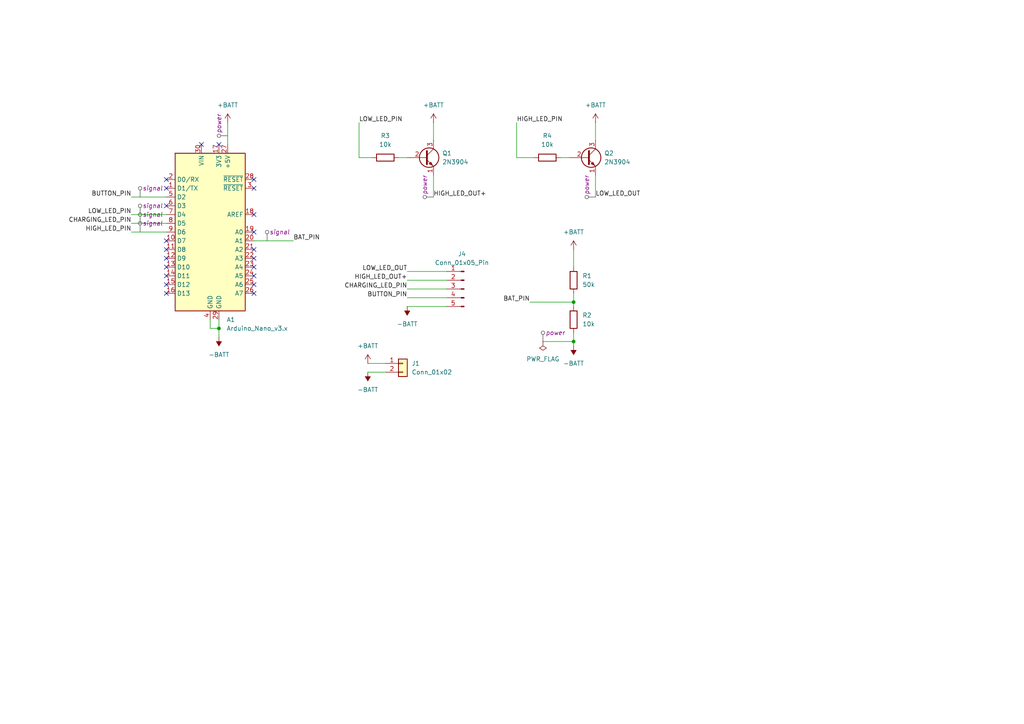
<source format=kicad_sch>
(kicad_sch
	(version 20231120)
	(generator "eeschema")
	(generator_version "8.0")
	(uuid "95a3b787-c899-46d8-a0cf-4b54a18b9ea8")
	(paper "A4")
	(lib_symbols
		(symbol "Connector:Conn_01x05_Pin"
			(pin_names
				(offset 1.016) hide)
			(exclude_from_sim no)
			(in_bom yes)
			(on_board yes)
			(property "Reference" "J"
				(at 0 7.62 0)
				(effects
					(font
						(size 1.27 1.27)
					)
				)
			)
			(property "Value" "Conn_01x05_Pin"
				(at 0 -7.62 0)
				(effects
					(font
						(size 1.27 1.27)
					)
				)
			)
			(property "Footprint" ""
				(at 0 0 0)
				(effects
					(font
						(size 1.27 1.27)
					)
					(hide yes)
				)
			)
			(property "Datasheet" "~"
				(at 0 0 0)
				(effects
					(font
						(size 1.27 1.27)
					)
					(hide yes)
				)
			)
			(property "Description" "Generic connector, single row, 01x05, script generated"
				(at 0 0 0)
				(effects
					(font
						(size 1.27 1.27)
					)
					(hide yes)
				)
			)
			(property "ki_locked" ""
				(at 0 0 0)
				(effects
					(font
						(size 1.27 1.27)
					)
				)
			)
			(property "ki_keywords" "connector"
				(at 0 0 0)
				(effects
					(font
						(size 1.27 1.27)
					)
					(hide yes)
				)
			)
			(property "ki_fp_filters" "Connector*:*_1x??_*"
				(at 0 0 0)
				(effects
					(font
						(size 1.27 1.27)
					)
					(hide yes)
				)
			)
			(symbol "Conn_01x05_Pin_1_1"
				(polyline
					(pts
						(xy 1.27 -5.08) (xy 0.8636 -5.08)
					)
					(stroke
						(width 0.1524)
						(type default)
					)
					(fill
						(type none)
					)
				)
				(polyline
					(pts
						(xy 1.27 -2.54) (xy 0.8636 -2.54)
					)
					(stroke
						(width 0.1524)
						(type default)
					)
					(fill
						(type none)
					)
				)
				(polyline
					(pts
						(xy 1.27 0) (xy 0.8636 0)
					)
					(stroke
						(width 0.1524)
						(type default)
					)
					(fill
						(type none)
					)
				)
				(polyline
					(pts
						(xy 1.27 2.54) (xy 0.8636 2.54)
					)
					(stroke
						(width 0.1524)
						(type default)
					)
					(fill
						(type none)
					)
				)
				(polyline
					(pts
						(xy 1.27 5.08) (xy 0.8636 5.08)
					)
					(stroke
						(width 0.1524)
						(type default)
					)
					(fill
						(type none)
					)
				)
				(rectangle
					(start 0.8636 -4.953)
					(end 0 -5.207)
					(stroke
						(width 0.1524)
						(type default)
					)
					(fill
						(type outline)
					)
				)
				(rectangle
					(start 0.8636 -2.413)
					(end 0 -2.667)
					(stroke
						(width 0.1524)
						(type default)
					)
					(fill
						(type outline)
					)
				)
				(rectangle
					(start 0.8636 0.127)
					(end 0 -0.127)
					(stroke
						(width 0.1524)
						(type default)
					)
					(fill
						(type outline)
					)
				)
				(rectangle
					(start 0.8636 2.667)
					(end 0 2.413)
					(stroke
						(width 0.1524)
						(type default)
					)
					(fill
						(type outline)
					)
				)
				(rectangle
					(start 0.8636 5.207)
					(end 0 4.953)
					(stroke
						(width 0.1524)
						(type default)
					)
					(fill
						(type outline)
					)
				)
				(pin passive line
					(at 5.08 5.08 180)
					(length 3.81)
					(name "Pin_1"
						(effects
							(font
								(size 1.27 1.27)
							)
						)
					)
					(number "1"
						(effects
							(font
								(size 1.27 1.27)
							)
						)
					)
				)
				(pin passive line
					(at 5.08 2.54 180)
					(length 3.81)
					(name "Pin_2"
						(effects
							(font
								(size 1.27 1.27)
							)
						)
					)
					(number "2"
						(effects
							(font
								(size 1.27 1.27)
							)
						)
					)
				)
				(pin passive line
					(at 5.08 0 180)
					(length 3.81)
					(name "Pin_3"
						(effects
							(font
								(size 1.27 1.27)
							)
						)
					)
					(number "3"
						(effects
							(font
								(size 1.27 1.27)
							)
						)
					)
				)
				(pin passive line
					(at 5.08 -2.54 180)
					(length 3.81)
					(name "Pin_4"
						(effects
							(font
								(size 1.27 1.27)
							)
						)
					)
					(number "4"
						(effects
							(font
								(size 1.27 1.27)
							)
						)
					)
				)
				(pin passive line
					(at 5.08 -5.08 180)
					(length 3.81)
					(name "Pin_5"
						(effects
							(font
								(size 1.27 1.27)
							)
						)
					)
					(number "5"
						(effects
							(font
								(size 1.27 1.27)
							)
						)
					)
				)
			)
		)
		(symbol "Connector_Generic:Conn_01x02"
			(pin_names
				(offset 1.016) hide)
			(exclude_from_sim no)
			(in_bom yes)
			(on_board yes)
			(property "Reference" "J"
				(at 0 2.54 0)
				(effects
					(font
						(size 1.27 1.27)
					)
				)
			)
			(property "Value" "Conn_01x02"
				(at 0 -5.08 0)
				(effects
					(font
						(size 1.27 1.27)
					)
				)
			)
			(property "Footprint" ""
				(at 0 0 0)
				(effects
					(font
						(size 1.27 1.27)
					)
					(hide yes)
				)
			)
			(property "Datasheet" "~"
				(at 0 0 0)
				(effects
					(font
						(size 1.27 1.27)
					)
					(hide yes)
				)
			)
			(property "Description" "Generic connector, single row, 01x02, script generated (kicad-library-utils/schlib/autogen/connector/)"
				(at 0 0 0)
				(effects
					(font
						(size 1.27 1.27)
					)
					(hide yes)
				)
			)
			(property "ki_keywords" "connector"
				(at 0 0 0)
				(effects
					(font
						(size 1.27 1.27)
					)
					(hide yes)
				)
			)
			(property "ki_fp_filters" "Connector*:*_1x??_*"
				(at 0 0 0)
				(effects
					(font
						(size 1.27 1.27)
					)
					(hide yes)
				)
			)
			(symbol "Conn_01x02_1_1"
				(rectangle
					(start -1.27 -2.413)
					(end 0 -2.667)
					(stroke
						(width 0.1524)
						(type default)
					)
					(fill
						(type none)
					)
				)
				(rectangle
					(start -1.27 0.127)
					(end 0 -0.127)
					(stroke
						(width 0.1524)
						(type default)
					)
					(fill
						(type none)
					)
				)
				(rectangle
					(start -1.27 1.27)
					(end 1.27 -3.81)
					(stroke
						(width 0.254)
						(type default)
					)
					(fill
						(type background)
					)
				)
				(pin passive line
					(at -5.08 0 0)
					(length 3.81)
					(name "Pin_1"
						(effects
							(font
								(size 1.27 1.27)
							)
						)
					)
					(number "1"
						(effects
							(font
								(size 1.27 1.27)
							)
						)
					)
				)
				(pin passive line
					(at -5.08 -2.54 0)
					(length 3.81)
					(name "Pin_2"
						(effects
							(font
								(size 1.27 1.27)
							)
						)
					)
					(number "2"
						(effects
							(font
								(size 1.27 1.27)
							)
						)
					)
				)
			)
		)
		(symbol "Device:R"
			(pin_numbers hide)
			(pin_names
				(offset 0)
			)
			(exclude_from_sim no)
			(in_bom yes)
			(on_board yes)
			(property "Reference" "R"
				(at 2.032 0 90)
				(effects
					(font
						(size 1.27 1.27)
					)
				)
			)
			(property "Value" "R"
				(at 0 0 90)
				(effects
					(font
						(size 1.27 1.27)
					)
				)
			)
			(property "Footprint" ""
				(at -1.778 0 90)
				(effects
					(font
						(size 1.27 1.27)
					)
					(hide yes)
				)
			)
			(property "Datasheet" "~"
				(at 0 0 0)
				(effects
					(font
						(size 1.27 1.27)
					)
					(hide yes)
				)
			)
			(property "Description" "Resistor"
				(at 0 0 0)
				(effects
					(font
						(size 1.27 1.27)
					)
					(hide yes)
				)
			)
			(property "ki_keywords" "R res resistor"
				(at 0 0 0)
				(effects
					(font
						(size 1.27 1.27)
					)
					(hide yes)
				)
			)
			(property "ki_fp_filters" "R_*"
				(at 0 0 0)
				(effects
					(font
						(size 1.27 1.27)
					)
					(hide yes)
				)
			)
			(symbol "R_0_1"
				(rectangle
					(start -1.016 -2.54)
					(end 1.016 2.54)
					(stroke
						(width 0.254)
						(type default)
					)
					(fill
						(type none)
					)
				)
			)
			(symbol "R_1_1"
				(pin passive line
					(at 0 3.81 270)
					(length 1.27)
					(name "~"
						(effects
							(font
								(size 1.27 1.27)
							)
						)
					)
					(number "1"
						(effects
							(font
								(size 1.27 1.27)
							)
						)
					)
				)
				(pin passive line
					(at 0 -3.81 90)
					(length 1.27)
					(name "~"
						(effects
							(font
								(size 1.27 1.27)
							)
						)
					)
					(number "2"
						(effects
							(font
								(size 1.27 1.27)
							)
						)
					)
				)
			)
		)
		(symbol "MCU_Module:Arduino_Nano_v3.x"
			(exclude_from_sim no)
			(in_bom yes)
			(on_board yes)
			(property "Reference" "A"
				(at -10.16 23.495 0)
				(effects
					(font
						(size 1.27 1.27)
					)
					(justify left bottom)
				)
			)
			(property "Value" "Arduino_Nano_v3.x"
				(at 5.08 -24.13 0)
				(effects
					(font
						(size 1.27 1.27)
					)
					(justify left top)
				)
			)
			(property "Footprint" "Module:Arduino_Nano"
				(at 0 0 0)
				(effects
					(font
						(size 1.27 1.27)
						(italic yes)
					)
					(hide yes)
				)
			)
			(property "Datasheet" "http://www.mouser.com/pdfdocs/Gravitech_Arduino_Nano3_0.pdf"
				(at 0 0 0)
				(effects
					(font
						(size 1.27 1.27)
					)
					(hide yes)
				)
			)
			(property "Description" "Arduino Nano v3.x"
				(at 0 0 0)
				(effects
					(font
						(size 1.27 1.27)
					)
					(hide yes)
				)
			)
			(property "ki_keywords" "Arduino nano microcontroller module USB"
				(at 0 0 0)
				(effects
					(font
						(size 1.27 1.27)
					)
					(hide yes)
				)
			)
			(property "ki_fp_filters" "Arduino*Nano*"
				(at 0 0 0)
				(effects
					(font
						(size 1.27 1.27)
					)
					(hide yes)
				)
			)
			(symbol "Arduino_Nano_v3.x_0_1"
				(rectangle
					(start -10.16 22.86)
					(end 10.16 -22.86)
					(stroke
						(width 0.254)
						(type default)
					)
					(fill
						(type background)
					)
				)
			)
			(symbol "Arduino_Nano_v3.x_1_1"
				(pin bidirectional line
					(at -12.7 12.7 0)
					(length 2.54)
					(name "D1/TX"
						(effects
							(font
								(size 1.27 1.27)
							)
						)
					)
					(number "1"
						(effects
							(font
								(size 1.27 1.27)
							)
						)
					)
				)
				(pin bidirectional line
					(at -12.7 -2.54 0)
					(length 2.54)
					(name "D7"
						(effects
							(font
								(size 1.27 1.27)
							)
						)
					)
					(number "10"
						(effects
							(font
								(size 1.27 1.27)
							)
						)
					)
				)
				(pin bidirectional line
					(at -12.7 -5.08 0)
					(length 2.54)
					(name "D8"
						(effects
							(font
								(size 1.27 1.27)
							)
						)
					)
					(number "11"
						(effects
							(font
								(size 1.27 1.27)
							)
						)
					)
				)
				(pin bidirectional line
					(at -12.7 -7.62 0)
					(length 2.54)
					(name "D9"
						(effects
							(font
								(size 1.27 1.27)
							)
						)
					)
					(number "12"
						(effects
							(font
								(size 1.27 1.27)
							)
						)
					)
				)
				(pin bidirectional line
					(at -12.7 -10.16 0)
					(length 2.54)
					(name "D10"
						(effects
							(font
								(size 1.27 1.27)
							)
						)
					)
					(number "13"
						(effects
							(font
								(size 1.27 1.27)
							)
						)
					)
				)
				(pin bidirectional line
					(at -12.7 -12.7 0)
					(length 2.54)
					(name "D11"
						(effects
							(font
								(size 1.27 1.27)
							)
						)
					)
					(number "14"
						(effects
							(font
								(size 1.27 1.27)
							)
						)
					)
				)
				(pin bidirectional line
					(at -12.7 -15.24 0)
					(length 2.54)
					(name "D12"
						(effects
							(font
								(size 1.27 1.27)
							)
						)
					)
					(number "15"
						(effects
							(font
								(size 1.27 1.27)
							)
						)
					)
				)
				(pin bidirectional line
					(at -12.7 -17.78 0)
					(length 2.54)
					(name "D13"
						(effects
							(font
								(size 1.27 1.27)
							)
						)
					)
					(number "16"
						(effects
							(font
								(size 1.27 1.27)
							)
						)
					)
				)
				(pin power_out line
					(at 2.54 25.4 270)
					(length 2.54)
					(name "3V3"
						(effects
							(font
								(size 1.27 1.27)
							)
						)
					)
					(number "17"
						(effects
							(font
								(size 1.27 1.27)
							)
						)
					)
				)
				(pin input line
					(at 12.7 5.08 180)
					(length 2.54)
					(name "AREF"
						(effects
							(font
								(size 1.27 1.27)
							)
						)
					)
					(number "18"
						(effects
							(font
								(size 1.27 1.27)
							)
						)
					)
				)
				(pin bidirectional line
					(at 12.7 0 180)
					(length 2.54)
					(name "A0"
						(effects
							(font
								(size 1.27 1.27)
							)
						)
					)
					(number "19"
						(effects
							(font
								(size 1.27 1.27)
							)
						)
					)
				)
				(pin bidirectional line
					(at -12.7 15.24 0)
					(length 2.54)
					(name "D0/RX"
						(effects
							(font
								(size 1.27 1.27)
							)
						)
					)
					(number "2"
						(effects
							(font
								(size 1.27 1.27)
							)
						)
					)
				)
				(pin bidirectional line
					(at 12.7 -2.54 180)
					(length 2.54)
					(name "A1"
						(effects
							(font
								(size 1.27 1.27)
							)
						)
					)
					(number "20"
						(effects
							(font
								(size 1.27 1.27)
							)
						)
					)
				)
				(pin bidirectional line
					(at 12.7 -5.08 180)
					(length 2.54)
					(name "A2"
						(effects
							(font
								(size 1.27 1.27)
							)
						)
					)
					(number "21"
						(effects
							(font
								(size 1.27 1.27)
							)
						)
					)
				)
				(pin bidirectional line
					(at 12.7 -7.62 180)
					(length 2.54)
					(name "A3"
						(effects
							(font
								(size 1.27 1.27)
							)
						)
					)
					(number "22"
						(effects
							(font
								(size 1.27 1.27)
							)
						)
					)
				)
				(pin bidirectional line
					(at 12.7 -10.16 180)
					(length 2.54)
					(name "A4"
						(effects
							(font
								(size 1.27 1.27)
							)
						)
					)
					(number "23"
						(effects
							(font
								(size 1.27 1.27)
							)
						)
					)
				)
				(pin bidirectional line
					(at 12.7 -12.7 180)
					(length 2.54)
					(name "A5"
						(effects
							(font
								(size 1.27 1.27)
							)
						)
					)
					(number "24"
						(effects
							(font
								(size 1.27 1.27)
							)
						)
					)
				)
				(pin bidirectional line
					(at 12.7 -15.24 180)
					(length 2.54)
					(name "A6"
						(effects
							(font
								(size 1.27 1.27)
							)
						)
					)
					(number "25"
						(effects
							(font
								(size 1.27 1.27)
							)
						)
					)
				)
				(pin bidirectional line
					(at 12.7 -17.78 180)
					(length 2.54)
					(name "A7"
						(effects
							(font
								(size 1.27 1.27)
							)
						)
					)
					(number "26"
						(effects
							(font
								(size 1.27 1.27)
							)
						)
					)
				)
				(pin power_out line
					(at 5.08 25.4 270)
					(length 2.54)
					(name "+5V"
						(effects
							(font
								(size 1.27 1.27)
							)
						)
					)
					(number "27"
						(effects
							(font
								(size 1.27 1.27)
							)
						)
					)
				)
				(pin input line
					(at 12.7 15.24 180)
					(length 2.54)
					(name "~{RESET}"
						(effects
							(font
								(size 1.27 1.27)
							)
						)
					)
					(number "28"
						(effects
							(font
								(size 1.27 1.27)
							)
						)
					)
				)
				(pin power_in line
					(at 2.54 -25.4 90)
					(length 2.54)
					(name "GND"
						(effects
							(font
								(size 1.27 1.27)
							)
						)
					)
					(number "29"
						(effects
							(font
								(size 1.27 1.27)
							)
						)
					)
				)
				(pin input line
					(at 12.7 12.7 180)
					(length 2.54)
					(name "~{RESET}"
						(effects
							(font
								(size 1.27 1.27)
							)
						)
					)
					(number "3"
						(effects
							(font
								(size 1.27 1.27)
							)
						)
					)
				)
				(pin power_in line
					(at -2.54 25.4 270)
					(length 2.54)
					(name "VIN"
						(effects
							(font
								(size 1.27 1.27)
							)
						)
					)
					(number "30"
						(effects
							(font
								(size 1.27 1.27)
							)
						)
					)
				)
				(pin power_in line
					(at 0 -25.4 90)
					(length 2.54)
					(name "GND"
						(effects
							(font
								(size 1.27 1.27)
							)
						)
					)
					(number "4"
						(effects
							(font
								(size 1.27 1.27)
							)
						)
					)
				)
				(pin bidirectional line
					(at -12.7 10.16 0)
					(length 2.54)
					(name "D2"
						(effects
							(font
								(size 1.27 1.27)
							)
						)
					)
					(number "5"
						(effects
							(font
								(size 1.27 1.27)
							)
						)
					)
				)
				(pin bidirectional line
					(at -12.7 7.62 0)
					(length 2.54)
					(name "D3"
						(effects
							(font
								(size 1.27 1.27)
							)
						)
					)
					(number "6"
						(effects
							(font
								(size 1.27 1.27)
							)
						)
					)
				)
				(pin bidirectional line
					(at -12.7 5.08 0)
					(length 2.54)
					(name "D4"
						(effects
							(font
								(size 1.27 1.27)
							)
						)
					)
					(number "7"
						(effects
							(font
								(size 1.27 1.27)
							)
						)
					)
				)
				(pin bidirectional line
					(at -12.7 2.54 0)
					(length 2.54)
					(name "D5"
						(effects
							(font
								(size 1.27 1.27)
							)
						)
					)
					(number "8"
						(effects
							(font
								(size 1.27 1.27)
							)
						)
					)
				)
				(pin bidirectional line
					(at -12.7 0 0)
					(length 2.54)
					(name "D6"
						(effects
							(font
								(size 1.27 1.27)
							)
						)
					)
					(number "9"
						(effects
							(font
								(size 1.27 1.27)
							)
						)
					)
				)
			)
		)
		(symbol "Transistor_BJT:2N3904"
			(pin_names
				(offset 0) hide)
			(exclude_from_sim no)
			(in_bom yes)
			(on_board yes)
			(property "Reference" "Q"
				(at 5.08 1.905 0)
				(effects
					(font
						(size 1.27 1.27)
					)
					(justify left)
				)
			)
			(property "Value" "2N3904"
				(at 5.08 0 0)
				(effects
					(font
						(size 1.27 1.27)
					)
					(justify left)
				)
			)
			(property "Footprint" "Package_TO_SOT_THT:TO-92_Inline"
				(at 5.08 -1.905 0)
				(effects
					(font
						(size 1.27 1.27)
						(italic yes)
					)
					(justify left)
					(hide yes)
				)
			)
			(property "Datasheet" "https://www.onsemi.com/pub/Collateral/2N3903-D.PDF"
				(at 0 0 0)
				(effects
					(font
						(size 1.27 1.27)
					)
					(justify left)
					(hide yes)
				)
			)
			(property "Description" "0.2A Ic, 40V Vce, Small Signal NPN Transistor, TO-92"
				(at 0 0 0)
				(effects
					(font
						(size 1.27 1.27)
					)
					(hide yes)
				)
			)
			(property "ki_keywords" "NPN Transistor"
				(at 0 0 0)
				(effects
					(font
						(size 1.27 1.27)
					)
					(hide yes)
				)
			)
			(property "ki_fp_filters" "TO?92*"
				(at 0 0 0)
				(effects
					(font
						(size 1.27 1.27)
					)
					(hide yes)
				)
			)
			(symbol "2N3904_0_1"
				(polyline
					(pts
						(xy 0.635 0.635) (xy 2.54 2.54)
					)
					(stroke
						(width 0)
						(type default)
					)
					(fill
						(type none)
					)
				)
				(polyline
					(pts
						(xy 0.635 -0.635) (xy 2.54 -2.54) (xy 2.54 -2.54)
					)
					(stroke
						(width 0)
						(type default)
					)
					(fill
						(type none)
					)
				)
				(polyline
					(pts
						(xy 0.635 1.905) (xy 0.635 -1.905) (xy 0.635 -1.905)
					)
					(stroke
						(width 0.508)
						(type default)
					)
					(fill
						(type none)
					)
				)
				(polyline
					(pts
						(xy 1.27 -1.778) (xy 1.778 -1.27) (xy 2.286 -2.286) (xy 1.27 -1.778) (xy 1.27 -1.778)
					)
					(stroke
						(width 0)
						(type default)
					)
					(fill
						(type outline)
					)
				)
				(circle
					(center 1.27 0)
					(radius 2.8194)
					(stroke
						(width 0.254)
						(type default)
					)
					(fill
						(type none)
					)
				)
			)
			(symbol "2N3904_1_1"
				(pin passive line
					(at 2.54 -5.08 90)
					(length 2.54)
					(name "E"
						(effects
							(font
								(size 1.27 1.27)
							)
						)
					)
					(number "1"
						(effects
							(font
								(size 1.27 1.27)
							)
						)
					)
				)
				(pin passive line
					(at -5.08 0 0)
					(length 5.715)
					(name "B"
						(effects
							(font
								(size 1.27 1.27)
							)
						)
					)
					(number "2"
						(effects
							(font
								(size 1.27 1.27)
							)
						)
					)
				)
				(pin passive line
					(at 2.54 5.08 270)
					(length 2.54)
					(name "C"
						(effects
							(font
								(size 1.27 1.27)
							)
						)
					)
					(number "3"
						(effects
							(font
								(size 1.27 1.27)
							)
						)
					)
				)
			)
		)
		(symbol "power:+BATT"
			(power)
			(pin_numbers hide)
			(pin_names
				(offset 0) hide)
			(exclude_from_sim no)
			(in_bom yes)
			(on_board yes)
			(property "Reference" "#PWR"
				(at 0 -3.81 0)
				(effects
					(font
						(size 1.27 1.27)
					)
					(hide yes)
				)
			)
			(property "Value" "+BATT"
				(at 0 3.556 0)
				(effects
					(font
						(size 1.27 1.27)
					)
				)
			)
			(property "Footprint" ""
				(at 0 0 0)
				(effects
					(font
						(size 1.27 1.27)
					)
					(hide yes)
				)
			)
			(property "Datasheet" ""
				(at 0 0 0)
				(effects
					(font
						(size 1.27 1.27)
					)
					(hide yes)
				)
			)
			(property "Description" "Power symbol creates a global label with name \"+BATT\""
				(at 0 0 0)
				(effects
					(font
						(size 1.27 1.27)
					)
					(hide yes)
				)
			)
			(property "ki_keywords" "global power battery"
				(at 0 0 0)
				(effects
					(font
						(size 1.27 1.27)
					)
					(hide yes)
				)
			)
			(symbol "+BATT_0_1"
				(polyline
					(pts
						(xy -0.762 1.27) (xy 0 2.54)
					)
					(stroke
						(width 0)
						(type default)
					)
					(fill
						(type none)
					)
				)
				(polyline
					(pts
						(xy 0 0) (xy 0 2.54)
					)
					(stroke
						(width 0)
						(type default)
					)
					(fill
						(type none)
					)
				)
				(polyline
					(pts
						(xy 0 2.54) (xy 0.762 1.27)
					)
					(stroke
						(width 0)
						(type default)
					)
					(fill
						(type none)
					)
				)
			)
			(symbol "+BATT_1_1"
				(pin power_in line
					(at 0 0 90)
					(length 0)
					(name "~"
						(effects
							(font
								(size 1.27 1.27)
							)
						)
					)
					(number "1"
						(effects
							(font
								(size 1.27 1.27)
							)
						)
					)
				)
			)
		)
		(symbol "power:-BATT"
			(power)
			(pin_numbers hide)
			(pin_names
				(offset 0) hide)
			(exclude_from_sim no)
			(in_bom yes)
			(on_board yes)
			(property "Reference" "#PWR"
				(at 0 -3.81 0)
				(effects
					(font
						(size 1.27 1.27)
					)
					(hide yes)
				)
			)
			(property "Value" "-BATT"
				(at 0 3.556 0)
				(effects
					(font
						(size 1.27 1.27)
					)
				)
			)
			(property "Footprint" ""
				(at 0 0 0)
				(effects
					(font
						(size 1.27 1.27)
					)
					(hide yes)
				)
			)
			(property "Datasheet" ""
				(at 0 0 0)
				(effects
					(font
						(size 1.27 1.27)
					)
					(hide yes)
				)
			)
			(property "Description" "Power symbol creates a global label with name \"-BATT\""
				(at 0 0 0)
				(effects
					(font
						(size 1.27 1.27)
					)
					(hide yes)
				)
			)
			(property "ki_keywords" "global power battery"
				(at 0 0 0)
				(effects
					(font
						(size 1.27 1.27)
					)
					(hide yes)
				)
			)
			(symbol "-BATT_0_1"
				(polyline
					(pts
						(xy 0 0) (xy 0 2.54)
					)
					(stroke
						(width 0)
						(type default)
					)
					(fill
						(type none)
					)
				)
				(polyline
					(pts
						(xy 0.762 1.27) (xy -0.762 1.27) (xy 0 2.54) (xy 0.762 1.27)
					)
					(stroke
						(width 0)
						(type default)
					)
					(fill
						(type outline)
					)
				)
			)
			(symbol "-BATT_1_1"
				(pin power_in line
					(at 0 0 90)
					(length 0)
					(name "~"
						(effects
							(font
								(size 1.27 1.27)
							)
						)
					)
					(number "1"
						(effects
							(font
								(size 1.27 1.27)
							)
						)
					)
				)
			)
		)
		(symbol "power:PWR_FLAG"
			(power)
			(pin_numbers hide)
			(pin_names
				(offset 0) hide)
			(exclude_from_sim no)
			(in_bom yes)
			(on_board yes)
			(property "Reference" "#FLG"
				(at 0 1.905 0)
				(effects
					(font
						(size 1.27 1.27)
					)
					(hide yes)
				)
			)
			(property "Value" "PWR_FLAG"
				(at 0 3.81 0)
				(effects
					(font
						(size 1.27 1.27)
					)
				)
			)
			(property "Footprint" ""
				(at 0 0 0)
				(effects
					(font
						(size 1.27 1.27)
					)
					(hide yes)
				)
			)
			(property "Datasheet" "~"
				(at 0 0 0)
				(effects
					(font
						(size 1.27 1.27)
					)
					(hide yes)
				)
			)
			(property "Description" "Special symbol for telling ERC where power comes from"
				(at 0 0 0)
				(effects
					(font
						(size 1.27 1.27)
					)
					(hide yes)
				)
			)
			(property "ki_keywords" "flag power"
				(at 0 0 0)
				(effects
					(font
						(size 1.27 1.27)
					)
					(hide yes)
				)
			)
			(symbol "PWR_FLAG_0_0"
				(pin power_out line
					(at 0 0 90)
					(length 0)
					(name "~"
						(effects
							(font
								(size 1.27 1.27)
							)
						)
					)
					(number "1"
						(effects
							(font
								(size 1.27 1.27)
							)
						)
					)
				)
			)
			(symbol "PWR_FLAG_0_1"
				(polyline
					(pts
						(xy 0 0) (xy 0 1.27) (xy -1.016 1.905) (xy 0 2.54) (xy 1.016 1.905) (xy 0 1.27)
					)
					(stroke
						(width 0)
						(type default)
					)
					(fill
						(type none)
					)
				)
			)
		)
	)
	(junction
		(at 166.37 99.06)
		(diameter 0)
		(color 0 0 0 0)
		(uuid "b23b40b8-d94d-4a41-b509-227ac20d56bc")
	)
	(junction
		(at 63.5 95.25)
		(diameter 0)
		(color 0 0 0 0)
		(uuid "cb244f0a-4440-42d2-bb37-ee7607019235")
	)
	(junction
		(at 166.37 87.63)
		(diameter 0)
		(color 0 0 0 0)
		(uuid "ce370f8d-82a1-408b-8cb1-5cd6d9549619")
	)
	(no_connect
		(at 48.26 74.93)
		(uuid "068c4964-3f75-4786-88aa-0c9df7309be5")
	)
	(no_connect
		(at 73.66 72.39)
		(uuid "0e1fa7db-a020-4f33-8e18-b6586a80e76f")
	)
	(no_connect
		(at 48.26 82.55)
		(uuid "18870cbb-cdb5-461b-a904-669c5a3d1ecd")
	)
	(no_connect
		(at 73.66 62.23)
		(uuid "1c3bfa5e-473f-4ce3-bb3f-8525a8752f39")
	)
	(no_connect
		(at 73.66 52.07)
		(uuid "20eb01aa-8d45-41f6-a115-99b4d4123543")
	)
	(no_connect
		(at 48.26 72.39)
		(uuid "288c91fc-019e-43f2-b453-0f9c6d22a7b4")
	)
	(no_connect
		(at 58.42 41.91)
		(uuid "31462d4c-0eda-461e-83f0-527dda5c2f5d")
	)
	(no_connect
		(at 73.66 80.01)
		(uuid "4b5e819c-f134-40aa-85be-d90f294707c3")
	)
	(no_connect
		(at 73.66 74.93)
		(uuid "64a72e8e-c40f-45d5-8829-ee3b8994fd33")
	)
	(no_connect
		(at 48.26 69.85)
		(uuid "9414ebfb-7501-4f9b-bacc-76e9ed145ef9")
	)
	(no_connect
		(at 48.26 54.61)
		(uuid "9a30e92e-b514-4ac2-ad2e-6cf906428a69")
	)
	(no_connect
		(at 48.26 52.07)
		(uuid "a4db76a8-905e-4237-a3cc-5dbdccd9fb53")
	)
	(no_connect
		(at 73.66 77.47)
		(uuid "acef4d42-3b56-483a-bc13-1bf20764b591")
	)
	(no_connect
		(at 48.26 80.01)
		(uuid "b3414a2d-5138-4ec2-8c98-e2e78ed248b5")
	)
	(no_connect
		(at 73.66 85.09)
		(uuid "bba059c9-0e58-41dd-91a7-c594836450e4")
	)
	(no_connect
		(at 48.26 59.69)
		(uuid "c09daa08-0c0b-42ca-b975-e5e410f682bc")
	)
	(no_connect
		(at 73.66 82.55)
		(uuid "c7dad580-7292-4c91-b243-7c002463cea6")
	)
	(no_connect
		(at 48.26 77.47)
		(uuid "cb3f384f-b646-4cf5-b04d-7276e080dde6")
	)
	(no_connect
		(at 73.66 67.31)
		(uuid "cbf9a67c-66bc-461c-b9de-be60876fe4bb")
	)
	(no_connect
		(at 73.66 54.61)
		(uuid "daeb6576-ecfb-4a92-b767-8d4e48b9ca52")
	)
	(no_connect
		(at 48.26 85.09)
		(uuid "ef9b87e5-815c-4024-870f-8e6f84c8d00e")
	)
	(no_connect
		(at 63.5 41.91)
		(uuid "fd1242d9-3156-47cd-98cb-81de529c43b3")
	)
	(wire
		(pts
			(xy 157.48 99.06) (xy 166.37 99.06)
		)
		(stroke
			(width 0)
			(type default)
		)
		(uuid "0f52e41d-f784-40ff-86c4-24e891b3996c")
	)
	(wire
		(pts
			(xy 60.96 95.25) (xy 63.5 95.25)
		)
		(stroke
			(width 0)
			(type default)
		)
		(uuid "0f9167c5-1c62-45ba-a3d0-f597f74ed629")
	)
	(wire
		(pts
			(xy 63.5 95.25) (xy 63.5 92.71)
		)
		(stroke
			(width 0)
			(type default)
		)
		(uuid "156729a2-d15e-4786-befc-08ff57e978d7")
	)
	(wire
		(pts
			(xy 125.73 57.15) (xy 125.73 50.8)
		)
		(stroke
			(width 0)
			(type default)
		)
		(uuid "2dbc4fec-96cb-4591-9461-d6227c48e856")
	)
	(wire
		(pts
			(xy 149.86 35.56) (xy 149.86 45.72)
		)
		(stroke
			(width 0)
			(type default)
		)
		(uuid "3370f9fd-bd67-49d3-a347-61a1c2024f11")
	)
	(wire
		(pts
			(xy 118.11 83.82) (xy 129.54 83.82)
		)
		(stroke
			(width 0)
			(type default)
		)
		(uuid "348a5932-78d8-4e9b-b3b8-df64462d67af")
	)
	(wire
		(pts
			(xy 166.37 85.09) (xy 166.37 87.63)
		)
		(stroke
			(width 0)
			(type default)
		)
		(uuid "35da0969-fddc-4235-b82b-f7ddc408807d")
	)
	(wire
		(pts
			(xy 66.04 35.56) (xy 66.04 41.91)
		)
		(stroke
			(width 0)
			(type default)
		)
		(uuid "3ca3fcec-77e9-40a8-a669-017712ef77f6")
	)
	(wire
		(pts
			(xy 104.14 45.72) (xy 107.95 45.72)
		)
		(stroke
			(width 0)
			(type default)
		)
		(uuid "50a425a8-6185-4e78-90bc-1e0aaaf9f540")
	)
	(wire
		(pts
			(xy 118.11 86.36) (xy 129.54 86.36)
		)
		(stroke
			(width 0)
			(type default)
		)
		(uuid "51c21fa6-6a9e-4b37-841b-7cb51bf01d22")
	)
	(wire
		(pts
			(xy 60.96 92.71) (xy 60.96 95.25)
		)
		(stroke
			(width 0)
			(type default)
		)
		(uuid "562d016e-a293-4460-ad86-31c110a01f79")
	)
	(wire
		(pts
			(xy 106.68 107.95) (xy 111.76 107.95)
		)
		(stroke
			(width 0)
			(type default)
		)
		(uuid "62184d8a-e227-4986-b709-a26f456070e7")
	)
	(wire
		(pts
			(xy 38.1 57.15) (xy 48.26 57.15)
		)
		(stroke
			(width 0)
			(type default)
		)
		(uuid "6709e5b3-c924-47fb-acf6-aec21f603fdb")
	)
	(wire
		(pts
			(xy 172.72 35.56) (xy 172.72 40.64)
		)
		(stroke
			(width 0)
			(type default)
		)
		(uuid "6d5e96f7-1a78-4c03-8c63-b7bc10772702")
	)
	(wire
		(pts
			(xy 38.1 67.31) (xy 48.26 67.31)
		)
		(stroke
			(width 0)
			(type default)
		)
		(uuid "6f877a5c-2055-4979-a25b-269f79deb017")
	)
	(wire
		(pts
			(xy 166.37 87.63) (xy 166.37 88.9)
		)
		(stroke
			(width 0)
			(type default)
		)
		(uuid "71c4d7d5-ad30-4a1d-bb50-dca221f0c1cf")
	)
	(wire
		(pts
			(xy 149.86 45.72) (xy 154.94 45.72)
		)
		(stroke
			(width 0)
			(type default)
		)
		(uuid "728ba0f9-f4fb-4142-9210-81847a529e83")
	)
	(wire
		(pts
			(xy 104.14 35.56) (xy 104.14 45.72)
		)
		(stroke
			(width 0)
			(type default)
		)
		(uuid "742098db-ac06-4ee6-a921-35998b77d3f4")
	)
	(wire
		(pts
			(xy 172.72 50.8) (xy 172.72 57.15)
		)
		(stroke
			(width 0)
			(type default)
		)
		(uuid "750c400a-05e6-4c8c-9328-fc3c88e402b5")
	)
	(wire
		(pts
			(xy 115.57 45.72) (xy 118.11 45.72)
		)
		(stroke
			(width 0)
			(type default)
		)
		(uuid "79d77be9-6104-49dc-a62a-88d99103fe5a")
	)
	(wire
		(pts
			(xy 118.11 88.9) (xy 129.54 88.9)
		)
		(stroke
			(width 0)
			(type default)
		)
		(uuid "7edc37a4-44ef-43b4-bd7b-1f052c4a98cc")
	)
	(wire
		(pts
			(xy 166.37 72.39) (xy 166.37 77.47)
		)
		(stroke
			(width 0)
			(type default)
		)
		(uuid "8284e2e2-9251-412d-8758-2c73e391f2c8")
	)
	(wire
		(pts
			(xy 118.11 81.28) (xy 129.54 81.28)
		)
		(stroke
			(width 0)
			(type default)
		)
		(uuid "8e476b07-d6d0-47a4-a494-6b7c12f39e0a")
	)
	(wire
		(pts
			(xy 38.1 62.23) (xy 48.26 62.23)
		)
		(stroke
			(width 0)
			(type default)
		)
		(uuid "90dcc3da-87d3-4e09-81b9-fcc4dfc39f59")
	)
	(wire
		(pts
			(xy 38.1 64.77) (xy 48.26 64.77)
		)
		(stroke
			(width 0)
			(type default)
		)
		(uuid "994125f6-5091-416e-92a3-cdf0cc922d4b")
	)
	(wire
		(pts
			(xy 125.73 35.56) (xy 125.73 40.64)
		)
		(stroke
			(width 0)
			(type default)
		)
		(uuid "9d90c09e-39a0-43ab-a6a7-bd347b65cd50")
	)
	(wire
		(pts
			(xy 118.11 78.74) (xy 129.54 78.74)
		)
		(stroke
			(width 0)
			(type default)
		)
		(uuid "9edcab38-1ae4-4392-a4b4-95b124cbdbad")
	)
	(wire
		(pts
			(xy 153.67 87.63) (xy 166.37 87.63)
		)
		(stroke
			(width 0)
			(type default)
		)
		(uuid "a313ade6-f7ba-473e-8253-ded723d22073")
	)
	(wire
		(pts
			(xy 166.37 96.52) (xy 166.37 99.06)
		)
		(stroke
			(width 0)
			(type default)
		)
		(uuid "ac9cf3ce-161d-4bd1-ab06-cf3e98d89ee2")
	)
	(wire
		(pts
			(xy 166.37 99.06) (xy 166.37 100.33)
		)
		(stroke
			(width 0)
			(type default)
		)
		(uuid "bc19ab6c-c403-4749-92d0-7d6ca98345c9")
	)
	(wire
		(pts
			(xy 162.56 45.72) (xy 165.1 45.72)
		)
		(stroke
			(width 0)
			(type default)
		)
		(uuid "bf1b3f91-74e8-4808-8203-5e009c378879")
	)
	(wire
		(pts
			(xy 63.5 95.25) (xy 63.5 97.79)
		)
		(stroke
			(width 0)
			(type default)
		)
		(uuid "c8e2e836-6046-4349-9494-d85c0429e98e")
	)
	(wire
		(pts
			(xy 73.66 69.85) (xy 85.09 69.85)
		)
		(stroke
			(width 0)
			(type default)
		)
		(uuid "f6bfe2eb-eb92-4fa5-83e0-03a0ea2f93dd")
	)
	(wire
		(pts
			(xy 106.68 105.41) (xy 111.76 105.41)
		)
		(stroke
			(width 0)
			(type default)
		)
		(uuid "faaf1af0-4c21-4cb2-9903-2ab0608e19b3")
	)
	(label "HIGH_LED_OUT+"
		(at 125.73 57.15 0)
		(fields_autoplaced yes)
		(effects
			(font
				(size 1.27 1.27)
			)
			(justify left bottom)
		)
		(uuid "0ea25ab0-fa5b-4abf-8145-f3f6654ba8e5")
	)
	(label "LOW_LED_OUT"
		(at 172.72 57.15 0)
		(fields_autoplaced yes)
		(effects
			(font
				(size 1.27 1.27)
			)
			(justify left bottom)
		)
		(uuid "222004d7-843f-4533-a80a-4474d36b4c1a")
	)
	(label "BAT_PIN"
		(at 85.09 69.85 0)
		(fields_autoplaced yes)
		(effects
			(font
				(size 1.27 1.27)
			)
			(justify left bottom)
		)
		(uuid "4b56a66b-2db5-43f0-8389-6d5b1b78d68e")
	)
	(label "HIGH_LED_PIN"
		(at 38.1 67.31 180)
		(fields_autoplaced yes)
		(effects
			(font
				(size 1.27 1.27)
			)
			(justify right bottom)
		)
		(uuid "50a2031c-a130-45b6-8575-df85138c4e55")
	)
	(label "BAT_PIN"
		(at 153.67 87.63 180)
		(fields_autoplaced yes)
		(effects
			(font
				(size 1.27 1.27)
			)
			(justify right bottom)
		)
		(uuid "6e3eff81-3d88-488e-8eb4-0a96c73f0ebd")
	)
	(label "HIGH_LED_PIN"
		(at 149.86 35.56 0)
		(fields_autoplaced yes)
		(effects
			(font
				(size 1.27 1.27)
			)
			(justify left bottom)
		)
		(uuid "8df4766e-a728-49f3-9070-f01289426d1e")
	)
	(label "HIGH_LED_OUT+"
		(at 118.11 81.28 180)
		(fields_autoplaced yes)
		(effects
			(font
				(size 1.27 1.27)
			)
			(justify right bottom)
		)
		(uuid "8e108ad9-81d8-4803-a028-7e068ee5e678")
	)
	(label "LOW_LED_PIN"
		(at 38.1 62.23 180)
		(fields_autoplaced yes)
		(effects
			(font
				(size 1.27 1.27)
			)
			(justify right bottom)
		)
		(uuid "93e5bb67-bcc8-406f-aefd-115c4c947ae0")
	)
	(label "CHARGING_LED_PIN"
		(at 38.1 64.77 180)
		(fields_autoplaced yes)
		(effects
			(font
				(size 1.27 1.27)
			)
			(justify right bottom)
		)
		(uuid "99a8a593-a0ec-46d8-90cb-02e2900cf804")
	)
	(label "CHARGING_LED_PIN"
		(at 118.11 83.82 180)
		(fields_autoplaced yes)
		(effects
			(font
				(size 1.27 1.27)
			)
			(justify right bottom)
		)
		(uuid "a2e65c54-f126-49e4-86b6-5db875ec3dda")
	)
	(label "LOW_LED_PIN"
		(at 104.14 35.56 0)
		(fields_autoplaced yes)
		(effects
			(font
				(size 1.27 1.27)
			)
			(justify left bottom)
		)
		(uuid "bf730619-3e5b-4d5b-a80e-e34605dcdc4f")
	)
	(label "BUTTON_PIN"
		(at 38.1 57.15 180)
		(fields_autoplaced yes)
		(effects
			(font
				(size 1.27 1.27)
			)
			(justify right bottom)
		)
		(uuid "c69fba3f-4dbf-46bd-bf75-4576dd890e53")
	)
	(label "LOW_LED_OUT"
		(at 118.11 78.74 180)
		(fields_autoplaced yes)
		(effects
			(font
				(size 1.27 1.27)
			)
			(justify right bottom)
		)
		(uuid "d32c01a0-67ef-45ee-b154-3667c6c72a74")
	)
	(label "BUTTON_PIN"
		(at 118.11 86.36 180)
		(fields_autoplaced yes)
		(effects
			(font
				(size 1.27 1.27)
			)
			(justify right bottom)
		)
		(uuid "e6787253-dc7a-4129-bfe4-82142a95b9cf")
	)
	(netclass_flag ""
		(length 2.54)
		(shape round)
		(at 125.73 57.15 90)
		(fields_autoplaced yes)
		(effects
			(font
				(size 1.27 1.27)
			)
			(justify left bottom)
		)
		(uuid "0fa50023-947c-498d-82db-26f9bae1e1d8")
		(property "Netclass" "power"
			(at 123.19 56.4515 90)
			(effects
				(font
					(size 1.27 1.27)
					(italic yes)
				)
				(justify left)
			)
		)
	)
	(netclass_flag ""
		(length 2.54)
		(shape round)
		(at 157.48 99.06 0)
		(effects
			(font
				(size 1.27 1.27)
			)
			(justify left bottom)
		)
		(uuid "1f827bec-0b6e-470c-b42b-7f790f6a33f6")
		(property "Netclass" "power"
			(at 158.242 96.52 0)
			(effects
				(font
					(size 1.27 1.27)
					(italic yes)
				)
				(justify left)
			)
		)
	)
	(netclass_flag ""
		(length 2.54)
		(shape round)
		(at 66.04 39.37 90)
		(fields_autoplaced yes)
		(effects
			(font
				(size 1.27 1.27)
			)
			(justify left bottom)
		)
		(uuid "57cdd56e-1e6c-43a7-abf3-61e717e9722f")
		(property "Netclass" "power"
			(at 63.5 38.6715 90)
			(effects
				(font
					(size 1.27 1.27)
					(italic yes)
				)
				(justify left)
			)
		)
	)
	(netclass_flag ""
		(length 2.54)
		(shape round)
		(at 40.64 57.15 0)
		(fields_autoplaced yes)
		(effects
			(font
				(size 1.27 1.27)
			)
			(justify left bottom)
		)
		(uuid "7e92a54f-4111-4e51-9a84-98c14985df3a")
		(property "Netclass" "signal"
			(at 41.3385 54.61 0)
			(effects
				(font
					(size 1.27 1.27)
					(italic yes)
				)
				(justify left)
			)
		)
	)
	(netclass_flag ""
		(length 2.54)
		(shape round)
		(at 40.64 62.23 0)
		(fields_autoplaced yes)
		(effects
			(font
				(size 1.27 1.27)
			)
			(justify left bottom)
		)
		(uuid "82ada4bc-3eff-4ad7-a1a5-89f1da29cc49")
		(property "Netclass" "signal"
			(at 41.3385 59.69 0)
			(effects
				(font
					(size 1.27 1.27)
					(italic yes)
				)
				(justify left)
			)
		)
	)
	(netclass_flag ""
		(length 2.54)
		(shape round)
		(at 40.64 67.31 0)
		(fields_autoplaced yes)
		(effects
			(font
				(size 1.27 1.27)
			)
			(justify left bottom)
		)
		(uuid "c1c33c69-ea44-4349-b235-ba285bba69d9")
		(property "Netclass" "signal"
			(at 41.3385 64.77 0)
			(effects
				(font
					(size 1.27 1.27)
					(italic yes)
				)
				(justify left)
			)
		)
	)
	(netclass_flag ""
		(length 2.54)
		(shape round)
		(at 172.72 57.15 90)
		(fields_autoplaced yes)
		(effects
			(font
				(size 1.27 1.27)
			)
			(justify left bottom)
		)
		(uuid "e0d4f6ee-e13c-46c1-baa9-daeef7929609")
		(property "Netclass" "power"
			(at 170.18 56.4515 90)
			(effects
				(font
					(size 1.27 1.27)
					(italic yes)
				)
				(justify left)
			)
		)
	)
	(netclass_flag ""
		(length 2.54)
		(shape round)
		(at 77.47 69.85 0)
		(fields_autoplaced yes)
		(effects
			(font
				(size 1.27 1.27)
			)
			(justify left bottom)
		)
		(uuid "ebc3b7a3-b86e-47bc-ad81-790ebf757dd3")
		(property "Netclass" "signal"
			(at 78.1685 67.31 0)
			(effects
				(font
					(size 1.27 1.27)
					(italic yes)
				)
				(justify left)
			)
		)
	)
	(netclass_flag ""
		(length 2.54)
		(shape round)
		(at 40.64 64.77 0)
		(fields_autoplaced yes)
		(effects
			(font
				(size 1.27 1.27)
			)
			(justify left bottom)
		)
		(uuid "fc5685c9-3ebb-43d6-bc54-fc3c74a321b2")
		(property "Netclass" "signal"
			(at 41.3385 62.23 0)
			(effects
				(font
					(size 1.27 1.27)
					(italic yes)
				)
				(justify left)
			)
		)
	)
	(symbol
		(lib_id "power:-BATT")
		(at 166.37 100.33 180)
		(unit 1)
		(exclude_from_sim no)
		(in_bom yes)
		(on_board yes)
		(dnp no)
		(fields_autoplaced yes)
		(uuid "0a676373-7a01-4725-aefe-328417834e4b")
		(property "Reference" "#PWR01"
			(at 166.37 96.52 0)
			(effects
				(font
					(size 1.27 1.27)
				)
				(hide yes)
			)
		)
		(property "Value" "-BATT"
			(at 166.37 105.41 0)
			(effects
				(font
					(size 1.27 1.27)
				)
			)
		)
		(property "Footprint" ""
			(at 166.37 100.33 0)
			(effects
				(font
					(size 1.27 1.27)
				)
				(hide yes)
			)
		)
		(property "Datasheet" ""
			(at 166.37 100.33 0)
			(effects
				(font
					(size 1.27 1.27)
				)
				(hide yes)
			)
		)
		(property "Description" "Power symbol creates a global label with name \"-BATT\""
			(at 166.37 100.33 0)
			(effects
				(font
					(size 1.27 1.27)
				)
				(hide yes)
			)
		)
		(pin "1"
			(uuid "907c80e3-9701-42e1-a118-f05d00d9f351")
		)
		(instances
			(project "arduino_solar_bikelight_1"
				(path "/95a3b787-c899-46d8-a0cf-4b54a18b9ea8"
					(reference "#PWR01")
					(unit 1)
				)
			)
		)
	)
	(symbol
		(lib_id "Transistor_BJT:2N3904")
		(at 123.19 45.72 0)
		(unit 1)
		(exclude_from_sim no)
		(in_bom yes)
		(on_board yes)
		(dnp no)
		(fields_autoplaced yes)
		(uuid "11066ebc-8722-469b-9828-7f7b3c9c7d2d")
		(property "Reference" "Q1"
			(at 128.27 44.4499 0)
			(effects
				(font
					(size 1.27 1.27)
				)
				(justify left)
			)
		)
		(property "Value" "2N3904"
			(at 128.27 46.9899 0)
			(effects
				(font
					(size 1.27 1.27)
				)
				(justify left)
			)
		)
		(property "Footprint" "Package_TO_SOT_THT:TO-92_Inline"
			(at 128.27 47.625 0)
			(effects
				(font
					(size 1.27 1.27)
					(italic yes)
				)
				(justify left)
				(hide yes)
			)
		)
		(property "Datasheet" "https://www.onsemi.com/pub/Collateral/2N3903-D.PDF"
			(at 123.19 45.72 0)
			(effects
				(font
					(size 1.27 1.27)
				)
				(justify left)
				(hide yes)
			)
		)
		(property "Description" "0.2A Ic, 40V Vce, Small Signal NPN Transistor, TO-92"
			(at 123.19 45.72 0)
			(effects
				(font
					(size 1.27 1.27)
				)
				(hide yes)
			)
		)
		(pin "3"
			(uuid "f1f20e49-6256-4d3a-925b-0e12f3947ff9")
		)
		(pin "1"
			(uuid "f99faf0a-8b5c-4fdc-adf6-fde75f6755f2")
		)
		(pin "2"
			(uuid "9c284f1c-e1bc-4423-b73d-98d8237b19ec")
		)
		(instances
			(project ""
				(path "/95a3b787-c899-46d8-a0cf-4b54a18b9ea8"
					(reference "Q1")
					(unit 1)
				)
			)
		)
	)
	(symbol
		(lib_id "power:-BATT")
		(at 106.68 107.95 180)
		(unit 1)
		(exclude_from_sim no)
		(in_bom yes)
		(on_board yes)
		(dnp no)
		(fields_autoplaced yes)
		(uuid "14b814a2-133a-4a61-9428-0972f806962e")
		(property "Reference" "#PWR014"
			(at 106.68 104.14 0)
			(effects
				(font
					(size 1.27 1.27)
				)
				(hide yes)
			)
		)
		(property "Value" "-BATT"
			(at 106.68 113.03 0)
			(effects
				(font
					(size 1.27 1.27)
				)
			)
		)
		(property "Footprint" ""
			(at 106.68 107.95 0)
			(effects
				(font
					(size 1.27 1.27)
				)
				(hide yes)
			)
		)
		(property "Datasheet" ""
			(at 106.68 107.95 0)
			(effects
				(font
					(size 1.27 1.27)
				)
				(hide yes)
			)
		)
		(property "Description" "Power symbol creates a global label with name \"-BATT\""
			(at 106.68 107.95 0)
			(effects
				(font
					(size 1.27 1.27)
				)
				(hide yes)
			)
		)
		(pin "1"
			(uuid "d5476b34-7931-4abc-9110-50d191de5888")
		)
		(instances
			(project "arduino_solar_bikelight_1"
				(path "/95a3b787-c899-46d8-a0cf-4b54a18b9ea8"
					(reference "#PWR014")
					(unit 1)
				)
			)
		)
	)
	(symbol
		(lib_id "Device:R")
		(at 158.75 45.72 90)
		(unit 1)
		(exclude_from_sim no)
		(in_bom yes)
		(on_board yes)
		(dnp no)
		(fields_autoplaced yes)
		(uuid "189c6165-63a6-4ac7-bb7d-404fa48a5c07")
		(property "Reference" "R4"
			(at 158.75 39.37 90)
			(effects
				(font
					(size 1.27 1.27)
				)
			)
		)
		(property "Value" "10k"
			(at 158.75 41.91 90)
			(effects
				(font
					(size 1.27 1.27)
				)
			)
		)
		(property "Footprint" "Resistor_THT:R_Axial_DIN0207_L6.3mm_D2.5mm_P10.16mm_Horizontal"
			(at 158.75 47.498 90)
			(effects
				(font
					(size 1.27 1.27)
				)
				(hide yes)
			)
		)
		(property "Datasheet" "~"
			(at 158.75 45.72 0)
			(effects
				(font
					(size 1.27 1.27)
				)
				(hide yes)
			)
		)
		(property "Description" "Resistor"
			(at 158.75 45.72 0)
			(effects
				(font
					(size 1.27 1.27)
				)
				(hide yes)
			)
		)
		(pin "2"
			(uuid "bb5611c0-7500-4056-8c20-9128d91e4cdd")
		)
		(pin "1"
			(uuid "32c89a58-b07f-4403-900d-2e256f455092")
		)
		(instances
			(project "arduino_solar_bikelight_1"
				(path "/95a3b787-c899-46d8-a0cf-4b54a18b9ea8"
					(reference "R4")
					(unit 1)
				)
			)
		)
	)
	(symbol
		(lib_id "Device:R")
		(at 166.37 92.71 180)
		(unit 1)
		(exclude_from_sim no)
		(in_bom yes)
		(on_board yes)
		(dnp no)
		(fields_autoplaced yes)
		(uuid "20a24209-1d1a-4680-b46d-f6f9df844a70")
		(property "Reference" "R2"
			(at 168.91 91.4399 0)
			(effects
				(font
					(size 1.27 1.27)
				)
				(justify right)
			)
		)
		(property "Value" "10k"
			(at 168.91 93.9799 0)
			(effects
				(font
					(size 1.27 1.27)
				)
				(justify right)
			)
		)
		(property "Footprint" "Resistor_THT:R_Axial_DIN0207_L6.3mm_D2.5mm_P10.16mm_Horizontal"
			(at 168.148 92.71 90)
			(effects
				(font
					(size 1.27 1.27)
				)
				(hide yes)
			)
		)
		(property "Datasheet" "~"
			(at 166.37 92.71 0)
			(effects
				(font
					(size 1.27 1.27)
				)
				(hide yes)
			)
		)
		(property "Description" "Resistor"
			(at 166.37 92.71 0)
			(effects
				(font
					(size 1.27 1.27)
				)
				(hide yes)
			)
		)
		(pin "2"
			(uuid "6830682c-1b03-452a-99a4-5c40eeb37edd")
		)
		(pin "1"
			(uuid "9c8a8dba-4028-45e2-b91e-decd9a5d8e83")
		)
		(instances
			(project "arduino_solar_bikelight_1"
				(path "/95a3b787-c899-46d8-a0cf-4b54a18b9ea8"
					(reference "R2")
					(unit 1)
				)
			)
		)
	)
	(symbol
		(lib_id "power:-BATT")
		(at 63.5 97.79 180)
		(unit 1)
		(exclude_from_sim no)
		(in_bom yes)
		(on_board yes)
		(dnp no)
		(fields_autoplaced yes)
		(uuid "2815fc81-af9d-443f-bc4f-b40520a33978")
		(property "Reference" "#PWR09"
			(at 63.5 93.98 0)
			(effects
				(font
					(size 1.27 1.27)
				)
				(hide yes)
			)
		)
		(property "Value" "-BATT"
			(at 63.5 102.87 0)
			(effects
				(font
					(size 1.27 1.27)
				)
			)
		)
		(property "Footprint" ""
			(at 63.5 97.79 0)
			(effects
				(font
					(size 1.27 1.27)
				)
				(hide yes)
			)
		)
		(property "Datasheet" ""
			(at 63.5 97.79 0)
			(effects
				(font
					(size 1.27 1.27)
				)
				(hide yes)
			)
		)
		(property "Description" "Power symbol creates a global label with name \"-BATT\""
			(at 63.5 97.79 0)
			(effects
				(font
					(size 1.27 1.27)
				)
				(hide yes)
			)
		)
		(pin "1"
			(uuid "242451bc-da40-4c88-90ce-1e90b8547096")
		)
		(instances
			(project "arduino_solar_bikelight_1"
				(path "/95a3b787-c899-46d8-a0cf-4b54a18b9ea8"
					(reference "#PWR09")
					(unit 1)
				)
			)
		)
	)
	(symbol
		(lib_id "power:+BATT")
		(at 166.37 72.39 0)
		(unit 1)
		(exclude_from_sim no)
		(in_bom yes)
		(on_board yes)
		(dnp no)
		(fields_autoplaced yes)
		(uuid "29a24fdd-21f4-427d-8834-708fd55426ca")
		(property "Reference" "#PWR08"
			(at 166.37 76.2 0)
			(effects
				(font
					(size 1.27 1.27)
				)
				(hide yes)
			)
		)
		(property "Value" "+BATT"
			(at 166.37 67.31 0)
			(effects
				(font
					(size 1.27 1.27)
				)
			)
		)
		(property "Footprint" ""
			(at 166.37 72.39 0)
			(effects
				(font
					(size 1.27 1.27)
				)
				(hide yes)
			)
		)
		(property "Datasheet" ""
			(at 166.37 72.39 0)
			(effects
				(font
					(size 1.27 1.27)
				)
				(hide yes)
			)
		)
		(property "Description" "Power symbol creates a global label with name \"+BATT\""
			(at 166.37 72.39 0)
			(effects
				(font
					(size 1.27 1.27)
				)
				(hide yes)
			)
		)
		(pin "1"
			(uuid "cff9a434-d66c-4e45-814a-704d6a0823d6")
		)
		(instances
			(project "arduino_solar_bikelight_1"
				(path "/95a3b787-c899-46d8-a0cf-4b54a18b9ea8"
					(reference "#PWR08")
					(unit 1)
				)
			)
		)
	)
	(symbol
		(lib_id "Device:R")
		(at 166.37 81.28 0)
		(unit 1)
		(exclude_from_sim no)
		(in_bom yes)
		(on_board yes)
		(dnp no)
		(fields_autoplaced yes)
		(uuid "2fd14e18-67b5-4f94-bf41-9e85200d14c5")
		(property "Reference" "R1"
			(at 168.91 80.0099 0)
			(effects
				(font
					(size 1.27 1.27)
				)
				(justify left)
			)
		)
		(property "Value" "50k"
			(at 168.91 82.5499 0)
			(effects
				(font
					(size 1.27 1.27)
				)
				(justify left)
			)
		)
		(property "Footprint" "Resistor_THT:R_Axial_DIN0207_L6.3mm_D2.5mm_P10.16mm_Horizontal"
			(at 164.592 81.28 90)
			(effects
				(font
					(size 1.27 1.27)
				)
				(hide yes)
			)
		)
		(property "Datasheet" "~"
			(at 166.37 81.28 0)
			(effects
				(font
					(size 1.27 1.27)
				)
				(hide yes)
			)
		)
		(property "Description" "Resistor"
			(at 166.37 81.28 0)
			(effects
				(font
					(size 1.27 1.27)
				)
				(hide yes)
			)
		)
		(pin "2"
			(uuid "4e5591b6-a573-45c7-ae58-387dda509ad4")
		)
		(pin "1"
			(uuid "9e379170-aa3d-4329-a6f9-7e3084ee3f41")
		)
		(instances
			(project "arduino_solar_bikelight_1"
				(path "/95a3b787-c899-46d8-a0cf-4b54a18b9ea8"
					(reference "R1")
					(unit 1)
				)
			)
		)
	)
	(symbol
		(lib_id "MCU_Module:Arduino_Nano_v3.x")
		(at 60.96 67.31 0)
		(unit 1)
		(exclude_from_sim no)
		(in_bom yes)
		(on_board yes)
		(dnp no)
		(fields_autoplaced yes)
		(uuid "3f85c7b9-5a9b-4aff-a547-4e3f730d4c14")
		(property "Reference" "A1"
			(at 65.6941 92.71 0)
			(effects
				(font
					(size 1.27 1.27)
				)
				(justify left)
			)
		)
		(property "Value" "Arduino_Nano_v3.x"
			(at 65.6941 95.25 0)
			(effects
				(font
					(size 1.27 1.27)
				)
				(justify left)
			)
		)
		(property "Footprint" "Module:Arduino_Nano"
			(at 60.96 67.31 0)
			(effects
				(font
					(size 1.27 1.27)
					(italic yes)
				)
				(hide yes)
			)
		)
		(property "Datasheet" "http://www.mouser.com/pdfdocs/Gravitech_Arduino_Nano3_0.pdf"
			(at 60.96 67.31 0)
			(effects
				(font
					(size 1.27 1.27)
				)
				(hide yes)
			)
		)
		(property "Description" "Arduino Nano v3.x"
			(at 60.96 67.31 0)
			(effects
				(font
					(size 1.27 1.27)
				)
				(hide yes)
			)
		)
		(pin "1"
			(uuid "4ff85195-a6cf-4dc4-a0e7-9df0faaca3f6")
		)
		(pin "10"
			(uuid "cc775a46-233d-4f89-a158-e1e266552060")
		)
		(pin "7"
			(uuid "862c52a3-07a8-4b2c-812a-8225b9d0b618")
		)
		(pin "22"
			(uuid "e103a28b-4a87-445e-a5fe-d7e6cc77ec6a")
		)
		(pin "9"
			(uuid "591ca3e9-a093-4b31-a85d-a94555a5d9b7")
		)
		(pin "12"
			(uuid "a31a360b-3c97-4546-8608-94817ed76e81")
		)
		(pin "15"
			(uuid "989df66b-ebd3-4cfb-a910-604c506c26af")
		)
		(pin "19"
			(uuid "594da4cb-dee9-4f39-8f34-e27f8d28263a")
		)
		(pin "24"
			(uuid "43da81c4-e997-4358-abd2-a616322f8ab5")
		)
		(pin "5"
			(uuid "f85fc442-eb4f-40ce-9dba-04afd2238755")
		)
		(pin "8"
			(uuid "0acfd2da-ca74-452d-b641-3cc7066dd136")
		)
		(pin "30"
			(uuid "27ab7138-d9d7-4ecc-86ba-6c599ac7b1d5")
		)
		(pin "4"
			(uuid "3c28fc68-7a34-40bb-b645-debfd9cf4bf9")
		)
		(pin "14"
			(uuid "acd72b40-8a78-48ec-b679-6c3a01c5aa32")
		)
		(pin "29"
			(uuid "52ea27f0-740d-4a4c-ae42-6f43ddac56c0")
		)
		(pin "28"
			(uuid "bd5c2e19-4d6e-447e-b40c-9053a049d775")
		)
		(pin "26"
			(uuid "b3120d1a-9697-4640-8796-52778cdb9c90")
		)
		(pin "23"
			(uuid "5eab4c5a-8787-4770-a00f-1a0b95d1857a")
		)
		(pin "18"
			(uuid "e263dca2-2c2a-4586-8eeb-f74326ce2453")
		)
		(pin "21"
			(uuid "1fbb63dd-1c30-4e6a-ae31-ddd8cad8f1ed")
		)
		(pin "17"
			(uuid "d972eac7-cda1-48ee-8bc7-1bd8ab15e57c")
		)
		(pin "20"
			(uuid "160eb80d-8e6e-41b2-b586-f9da804ce251")
		)
		(pin "6"
			(uuid "92886b30-38ed-4de3-b8bd-ffbc4afda8b2")
		)
		(pin "13"
			(uuid "8a815274-aeb6-461e-9363-899d83526bb6")
		)
		(pin "25"
			(uuid "f801bd49-2950-4b30-a4e7-fc758523f873")
		)
		(pin "11"
			(uuid "57e7c6e4-fb70-4f25-a7ae-c8ab8470197a")
		)
		(pin "2"
			(uuid "c4eb52dd-16ec-482f-98ea-24137a85ddbb")
		)
		(pin "3"
			(uuid "e2559779-f9f2-43bb-a48f-30de5b7eebe9")
		)
		(pin "27"
			(uuid "14fe23bc-d381-46f7-9611-31778644559b")
		)
		(pin "16"
			(uuid "9a4ebb13-f165-450f-804e-70455017d248")
		)
		(instances
			(project ""
				(path "/95a3b787-c899-46d8-a0cf-4b54a18b9ea8"
					(reference "A1")
					(unit 1)
				)
			)
		)
	)
	(symbol
		(lib_id "power:+BATT")
		(at 125.73 35.56 0)
		(unit 1)
		(exclude_from_sim no)
		(in_bom yes)
		(on_board yes)
		(dnp no)
		(fields_autoplaced yes)
		(uuid "481ad3ad-1de3-4c02-a7d7-aa88519efc14")
		(property "Reference" "#PWR06"
			(at 125.73 39.37 0)
			(effects
				(font
					(size 1.27 1.27)
				)
				(hide yes)
			)
		)
		(property "Value" "+BATT"
			(at 125.73 30.48 0)
			(effects
				(font
					(size 1.27 1.27)
				)
			)
		)
		(property "Footprint" ""
			(at 125.73 35.56 0)
			(effects
				(font
					(size 1.27 1.27)
				)
				(hide yes)
			)
		)
		(property "Datasheet" ""
			(at 125.73 35.56 0)
			(effects
				(font
					(size 1.27 1.27)
				)
				(hide yes)
			)
		)
		(property "Description" "Power symbol creates a global label with name \"+BATT\""
			(at 125.73 35.56 0)
			(effects
				(font
					(size 1.27 1.27)
				)
				(hide yes)
			)
		)
		(pin "1"
			(uuid "ba9ea38f-b1d7-4d52-9eed-e30ccf2679cb")
		)
		(instances
			(project "arduino_solar_bikelight_1"
				(path "/95a3b787-c899-46d8-a0cf-4b54a18b9ea8"
					(reference "#PWR06")
					(unit 1)
				)
			)
		)
	)
	(symbol
		(lib_id "power:+BATT")
		(at 66.04 35.56 0)
		(unit 1)
		(exclude_from_sim no)
		(in_bom yes)
		(on_board yes)
		(dnp no)
		(fields_autoplaced yes)
		(uuid "531e4270-d3c4-4b8e-b19e-5da7febc7f34")
		(property "Reference" "#PWR05"
			(at 66.04 39.37 0)
			(effects
				(font
					(size 1.27 1.27)
				)
				(hide yes)
			)
		)
		(property "Value" "+BATT"
			(at 66.04 30.48 0)
			(effects
				(font
					(size 1.27 1.27)
				)
			)
		)
		(property "Footprint" ""
			(at 66.04 35.56 0)
			(effects
				(font
					(size 1.27 1.27)
				)
				(hide yes)
			)
		)
		(property "Datasheet" ""
			(at 66.04 35.56 0)
			(effects
				(font
					(size 1.27 1.27)
				)
				(hide yes)
			)
		)
		(property "Description" "Power symbol creates a global label with name \"+BATT\""
			(at 66.04 35.56 0)
			(effects
				(font
					(size 1.27 1.27)
				)
				(hide yes)
			)
		)
		(pin "1"
			(uuid "ab4e0d3c-9a47-4013-a174-305468a47d3c")
		)
		(instances
			(project ""
				(path "/95a3b787-c899-46d8-a0cf-4b54a18b9ea8"
					(reference "#PWR05")
					(unit 1)
				)
			)
		)
	)
	(symbol
		(lib_id "power:+BATT")
		(at 106.68 105.41 0)
		(unit 1)
		(exclude_from_sim no)
		(in_bom yes)
		(on_board yes)
		(dnp no)
		(fields_autoplaced yes)
		(uuid "57c20bae-63d4-44ba-be31-923c8bdf3e8b")
		(property "Reference" "#PWR012"
			(at 106.68 109.22 0)
			(effects
				(font
					(size 1.27 1.27)
				)
				(hide yes)
			)
		)
		(property "Value" "+BATT"
			(at 106.68 100.33 0)
			(effects
				(font
					(size 1.27 1.27)
				)
			)
		)
		(property "Footprint" ""
			(at 106.68 105.41 0)
			(effects
				(font
					(size 1.27 1.27)
				)
				(hide yes)
			)
		)
		(property "Datasheet" ""
			(at 106.68 105.41 0)
			(effects
				(font
					(size 1.27 1.27)
				)
				(hide yes)
			)
		)
		(property "Description" "Power symbol creates a global label with name \"+BATT\""
			(at 106.68 105.41 0)
			(effects
				(font
					(size 1.27 1.27)
				)
				(hide yes)
			)
		)
		(pin "1"
			(uuid "a04df58c-ce6e-4376-811e-64240228bf86")
		)
		(instances
			(project "arduino_solar_bikelight_1"
				(path "/95a3b787-c899-46d8-a0cf-4b54a18b9ea8"
					(reference "#PWR012")
					(unit 1)
				)
			)
		)
	)
	(symbol
		(lib_id "Device:R")
		(at 111.76 45.72 90)
		(unit 1)
		(exclude_from_sim no)
		(in_bom yes)
		(on_board yes)
		(dnp no)
		(fields_autoplaced yes)
		(uuid "62a49b6a-8cc6-4d5d-9871-67bb122d6941")
		(property "Reference" "R3"
			(at 111.76 39.37 90)
			(effects
				(font
					(size 1.27 1.27)
				)
			)
		)
		(property "Value" "10k"
			(at 111.76 41.91 90)
			(effects
				(font
					(size 1.27 1.27)
				)
			)
		)
		(property "Footprint" "Resistor_THT:R_Axial_DIN0207_L6.3mm_D2.5mm_P10.16mm_Horizontal"
			(at 111.76 47.498 90)
			(effects
				(font
					(size 1.27 1.27)
				)
				(hide yes)
			)
		)
		(property "Datasheet" "~"
			(at 111.76 45.72 0)
			(effects
				(font
					(size 1.27 1.27)
				)
				(hide yes)
			)
		)
		(property "Description" "Resistor"
			(at 111.76 45.72 0)
			(effects
				(font
					(size 1.27 1.27)
				)
				(hide yes)
			)
		)
		(pin "2"
			(uuid "5961fb7d-278b-4b03-b9d3-c3636c5376d3")
		)
		(pin "1"
			(uuid "92b7de4d-4ddd-4ec9-99c3-b904ee0411cf")
		)
		(instances
			(project ""
				(path "/95a3b787-c899-46d8-a0cf-4b54a18b9ea8"
					(reference "R3")
					(unit 1)
				)
			)
		)
	)
	(symbol
		(lib_id "power:-BATT")
		(at 118.11 88.9 180)
		(unit 1)
		(exclude_from_sim no)
		(in_bom yes)
		(on_board yes)
		(dnp no)
		(fields_autoplaced yes)
		(uuid "6dacb368-1acd-49bf-bec4-0940d4d36929")
		(property "Reference" "#PWR013"
			(at 118.11 85.09 0)
			(effects
				(font
					(size 1.27 1.27)
				)
				(hide yes)
			)
		)
		(property "Value" "-BATT"
			(at 118.11 93.98 0)
			(effects
				(font
					(size 1.27 1.27)
				)
			)
		)
		(property "Footprint" ""
			(at 118.11 88.9 0)
			(effects
				(font
					(size 1.27 1.27)
				)
				(hide yes)
			)
		)
		(property "Datasheet" ""
			(at 118.11 88.9 0)
			(effects
				(font
					(size 1.27 1.27)
				)
				(hide yes)
			)
		)
		(property "Description" "Power symbol creates a global label with name \"-BATT\""
			(at 118.11 88.9 0)
			(effects
				(font
					(size 1.27 1.27)
				)
				(hide yes)
			)
		)
		(pin "1"
			(uuid "b50eeaa5-65f3-4c9b-96d3-c340788f26dd")
		)
		(instances
			(project "arduino_solar_bikelight_1"
				(path "/95a3b787-c899-46d8-a0cf-4b54a18b9ea8"
					(reference "#PWR013")
					(unit 1)
				)
			)
		)
	)
	(symbol
		(lib_id "Connector:Conn_01x05_Pin")
		(at 134.62 83.82 0)
		(mirror y)
		(unit 1)
		(exclude_from_sim no)
		(in_bom yes)
		(on_board yes)
		(dnp no)
		(uuid "6f5b4431-2b66-4d28-8267-fb94c0ee15a4")
		(property "Reference" "J4"
			(at 133.985 73.66 0)
			(effects
				(font
					(size 1.27 1.27)
				)
			)
		)
		(property "Value" "Conn_01x05_Pin"
			(at 133.985 76.2 0)
			(effects
				(font
					(size 1.27 1.27)
				)
			)
		)
		(property "Footprint" "Connector_PinHeader_2.54mm:PinHeader_1x05_P2.54mm_Vertical"
			(at 134.62 83.82 0)
			(effects
				(font
					(size 1.27 1.27)
				)
				(hide yes)
			)
		)
		(property "Datasheet" "~"
			(at 134.62 83.82 0)
			(effects
				(font
					(size 1.27 1.27)
				)
				(hide yes)
			)
		)
		(property "Description" "Generic connector, single row, 01x05, script generated"
			(at 134.62 83.82 0)
			(effects
				(font
					(size 1.27 1.27)
				)
				(hide yes)
			)
		)
		(pin "5"
			(uuid "c5a23178-597e-44c2-8070-397b0a8d74fd")
		)
		(pin "4"
			(uuid "d20e5d02-ba8d-4b0f-badd-a452d8a1492e")
		)
		(pin "2"
			(uuid "12c6b8a3-6e27-4fd9-a6e0-2f1347e552e9")
		)
		(pin "3"
			(uuid "bab6c645-821f-45d7-8956-e12743910f24")
		)
		(pin "1"
			(uuid "2bac9d2c-bd84-4ebc-a849-b831e0ea0f0e")
		)
		(instances
			(project ""
				(path "/95a3b787-c899-46d8-a0cf-4b54a18b9ea8"
					(reference "J4")
					(unit 1)
				)
			)
		)
	)
	(symbol
		(lib_id "Connector_Generic:Conn_01x02")
		(at 116.84 105.41 0)
		(unit 1)
		(exclude_from_sim no)
		(in_bom yes)
		(on_board yes)
		(dnp no)
		(fields_autoplaced yes)
		(uuid "7846838e-fa90-4bb4-8bcc-984ec8d3a2bf")
		(property "Reference" "J1"
			(at 119.38 105.4099 0)
			(effects
				(font
					(size 1.27 1.27)
				)
				(justify left)
			)
		)
		(property "Value" "Conn_01x02"
			(at 119.38 107.9499 0)
			(effects
				(font
					(size 1.27 1.27)
				)
				(justify left)
			)
		)
		(property "Footprint" "Connector_JST:JST_XH_B2B-XH-AM_1x02_P2.50mm_Vertical"
			(at 116.84 105.41 0)
			(effects
				(font
					(size 1.27 1.27)
				)
				(hide yes)
			)
		)
		(property "Datasheet" "~"
			(at 116.84 105.41 0)
			(effects
				(font
					(size 1.27 1.27)
				)
				(hide yes)
			)
		)
		(property "Description" "Generic connector, single row, 01x02, script generated (kicad-library-utils/schlib/autogen/connector/)"
			(at 116.84 105.41 0)
			(effects
				(font
					(size 1.27 1.27)
				)
				(hide yes)
			)
		)
		(pin "1"
			(uuid "13b247cd-7e2c-48a9-ae92-a43a06b79956")
		)
		(pin "2"
			(uuid "c8a65741-7760-4098-890b-e9d02fe45a01")
		)
		(instances
			(project "arduino_solar_bikelight_1"
				(path "/95a3b787-c899-46d8-a0cf-4b54a18b9ea8"
					(reference "J1")
					(unit 1)
				)
			)
		)
	)
	(symbol
		(lib_id "Transistor_BJT:2N3904")
		(at 170.18 45.72 0)
		(unit 1)
		(exclude_from_sim no)
		(in_bom yes)
		(on_board yes)
		(dnp no)
		(fields_autoplaced yes)
		(uuid "7a78aa76-79e9-486b-8bd3-0cd61824321e")
		(property "Reference" "Q2"
			(at 175.26 44.4499 0)
			(effects
				(font
					(size 1.27 1.27)
				)
				(justify left)
			)
		)
		(property "Value" "2N3904"
			(at 175.26 46.9899 0)
			(effects
				(font
					(size 1.27 1.27)
				)
				(justify left)
			)
		)
		(property "Footprint" "Package_TO_SOT_THT:TO-92_Inline"
			(at 175.26 47.625 0)
			(effects
				(font
					(size 1.27 1.27)
					(italic yes)
				)
				(justify left)
				(hide yes)
			)
		)
		(property "Datasheet" "https://www.onsemi.com/pub/Collateral/2N3903-D.PDF"
			(at 170.18 45.72 0)
			(effects
				(font
					(size 1.27 1.27)
				)
				(justify left)
				(hide yes)
			)
		)
		(property "Description" "0.2A Ic, 40V Vce, Small Signal NPN Transistor, TO-92"
			(at 170.18 45.72 0)
			(effects
				(font
					(size 1.27 1.27)
				)
				(hide yes)
			)
		)
		(pin "3"
			(uuid "a41f458d-3c35-4681-8b9c-6dbe7350c3dc")
		)
		(pin "1"
			(uuid "47413ae1-99a9-4c43-97e1-c297290845fb")
		)
		(pin "2"
			(uuid "8415932a-d20c-499b-9d1a-27fb778f268c")
		)
		(instances
			(project "arduino_solar_bikelight_1"
				(path "/95a3b787-c899-46d8-a0cf-4b54a18b9ea8"
					(reference "Q2")
					(unit 1)
				)
			)
		)
	)
	(symbol
		(lib_id "power:PWR_FLAG")
		(at 157.48 99.06 180)
		(unit 1)
		(exclude_from_sim no)
		(in_bom yes)
		(on_board yes)
		(dnp no)
		(fields_autoplaced yes)
		(uuid "7f5f854a-dbea-4653-8a44-209a16057d0e")
		(property "Reference" "#FLG01"
			(at 157.48 100.965 0)
			(effects
				(font
					(size 1.27 1.27)
				)
				(hide yes)
			)
		)
		(property "Value" "PWR_FLAG"
			(at 157.48 104.14 0)
			(effects
				(font
					(size 1.27 1.27)
				)
			)
		)
		(property "Footprint" ""
			(at 157.48 99.06 0)
			(effects
				(font
					(size 1.27 1.27)
				)
				(hide yes)
			)
		)
		(property "Datasheet" "~"
			(at 157.48 99.06 0)
			(effects
				(font
					(size 1.27 1.27)
				)
				(hide yes)
			)
		)
		(property "Description" "Special symbol for telling ERC where power comes from"
			(at 157.48 99.06 0)
			(effects
				(font
					(size 1.27 1.27)
				)
				(hide yes)
			)
		)
		(pin "1"
			(uuid "b567b5b6-ad18-4d44-97ff-a7b3a309969c")
		)
		(instances
			(project ""
				(path "/95a3b787-c899-46d8-a0cf-4b54a18b9ea8"
					(reference "#FLG01")
					(unit 1)
				)
			)
		)
	)
	(symbol
		(lib_id "power:+BATT")
		(at 172.72 35.56 0)
		(unit 1)
		(exclude_from_sim no)
		(in_bom yes)
		(on_board yes)
		(dnp no)
		(fields_autoplaced yes)
		(uuid "b9cacd86-af2d-4c7e-a955-2616aff1cd2b")
		(property "Reference" "#PWR07"
			(at 172.72 39.37 0)
			(effects
				(font
					(size 1.27 1.27)
				)
				(hide yes)
			)
		)
		(property "Value" "+BATT"
			(at 172.72 30.48 0)
			(effects
				(font
					(size 1.27 1.27)
				)
			)
		)
		(property "Footprint" ""
			(at 172.72 35.56 0)
			(effects
				(font
					(size 1.27 1.27)
				)
				(hide yes)
			)
		)
		(property "Datasheet" ""
			(at 172.72 35.56 0)
			(effects
				(font
					(size 1.27 1.27)
				)
				(hide yes)
			)
		)
		(property "Description" "Power symbol creates a global label with name \"+BATT\""
			(at 172.72 35.56 0)
			(effects
				(font
					(size 1.27 1.27)
				)
				(hide yes)
			)
		)
		(pin "1"
			(uuid "616bf855-254f-4039-a477-ee8a9e5fa91d")
		)
		(instances
			(project "arduino_solar_bikelight_1"
				(path "/95a3b787-c899-46d8-a0cf-4b54a18b9ea8"
					(reference "#PWR07")
					(unit 1)
				)
			)
		)
	)
	(sheet_instances
		(path "/"
			(page "1")
		)
	)
)

</source>
